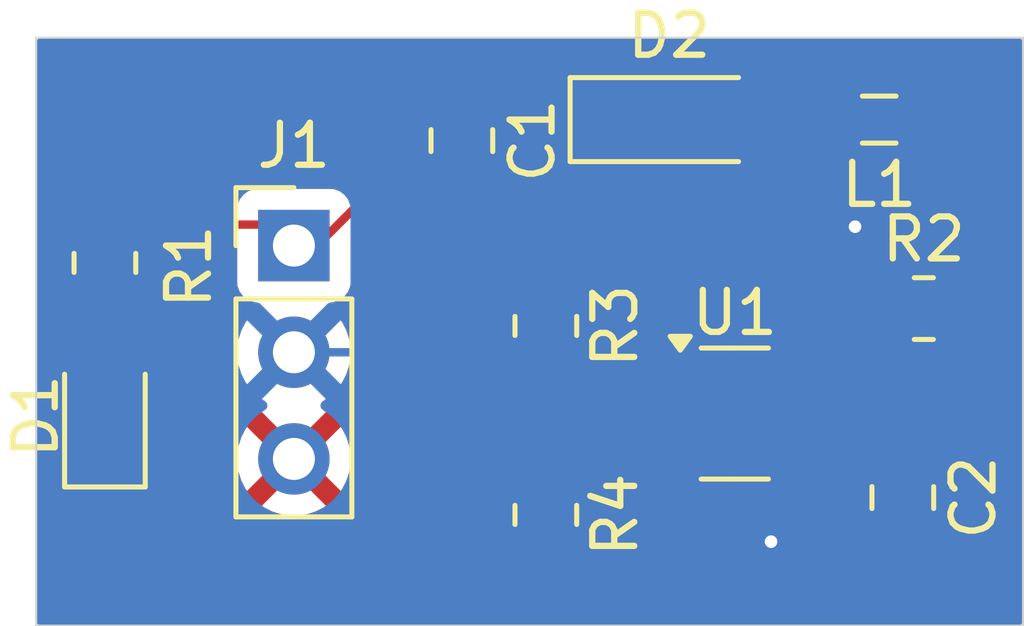
<source format=kicad_pcb>
(kicad_pcb (version 20241229) (generator "pcbnew") (generator_version "9.0")
  (layers (0 "F.Cu" signal) (2 "B.Cu" signal) (13 "F.Paste" user) (15 "B.Paste" user) (5 "F.SilkS" user "F.Silkscreen") (7 "B.SilkS" user "B.Silkscreen") (1 "F.Mask" user) (3 "B.Mask" user) (25 "Edge.Cuts" user))
  (net 0 "")
  (net 1 "+5V")
  (net 2 "GND")
  (net 3 "VCC")
  (net 4 "Net-(D1-A)")
  (net 5 "Net-(D2-A)")
  (net 6 "Net-(U1-6-OC)")
  (net 7 "Net-(U1-3-FB)")
  (footprint "Connector_PinHeader_2.54mm:PinHeader_1x03_P2.54mm_Vertical" (layer "F.Cu") (at 107.6375 55.45)
    (property "Reference" "J1" (at 0 -2.38 0) (layer "F.SilkS"))
    (property "Value" "Conn_01x03_Pin")
    (fp_line (start -1.38 -1.38) (end 0 -1.38) (stroke (width 0.12)) (layer "F.SilkS"))
    (fp_line (start -1.38 0) (end -1.38 -1.38) (stroke (width 0.12)) (layer "F.SilkS"))
    (fp_line (start -1.38 1.27) (end -1.38 6.46) (stroke (width 0.12)) (layer "F.SilkS"))
    (fp_line (start -1.38 1.27) (end 1.38 1.27) (stroke (width 0.12)) (layer "F.SilkS"))
    (fp_line (start -1.38 6.46) (end 1.38 6.46) (stroke (width 0.12)) (layer "F.SilkS"))
    (fp_line (start 1.38 1.27) (end 1.38 6.46) (stroke (width 0.12)) (layer "F.SilkS"))
    (pad "1" thru_hole rect (at 0 0) (size 1.7 1.7) (drill 1) (layers "*.Cu" "*.Mask") (net 1 "+5V"))
    (pad "2" thru_hole circle (at 0 2.54) (size 1.7 1.7) (drill 1) (layers "*.Cu" "*.Mask") (net 3 "VCC"))
    (pad "3" thru_hole circle (at 0 5.08) (size 1.7 1.7) (drill 1) (layers "*.Cu" "*.Mask") (net 2 "GND"))
  )
  (footprint "Capacitor_SMD:C_0805_2012Metric" (layer "F.Cu") (at 122.1375 61.45 -90)
    (property "Reference" "C2" (at 0 -1.68 90) (layer "F.SilkS"))
    (property "Value" "22uF")
    (fp_line (start -0.261252 0.735) (end 0.261252 0.735) (stroke (width 0.12)) (layer "F.SilkS"))
    (fp_line (start -0.261252 -0.735) (end 0.261252 -0.735) (stroke (width 0.12)) (layer "F.SilkS"))
    (pad "1" smd roundrect (at -0.95 0 270) (size 1 1.45) (layers "F.Cu" "F.Mask" "F.Paste") (net 3 "VCC"))
    (pad "2" smd roundrect (at 0.95 0 270) (size 1 1.45) (layers "F.Cu" "F.Mask" "F.Paste") (net 2 "GND"))
  )
  (footprint "Capacitor_SMD:C_0805_2012Metric" (layer "F.Cu") (at 111.6375 52.95 -90)
    (property "Reference" "C1" (at 0 -1.68 90) (layer "F.SilkS"))
    (property "Value" "22uF")
    (fp_line (start -0.261252 0.735) (end 0.261252 0.735) (stroke (width 0.12)) (layer "F.SilkS"))
    (fp_line (start -0.261252 -0.735) (end 0.261252 -0.735) (stroke (width 0.12)) (layer "F.SilkS"))
    (pad "1" smd roundrect (at -0.95 0 270) (size 1 1.45) (layers "F.Cu" "F.Mask" "F.Paste") (net 1 "+5V"))
    (pad "2" smd roundrect (at 0.95 0 270) (size 1 1.45) (layers "F.Cu" "F.Mask" "F.Paste") (net 2 "GND"))
  )
  (footprint "Resistor_SMD:R_0805_2012Metric" (layer "F.Cu") (at 103.1375 55.8625 -90)
    (property "Reference" "R1" (at 0.0875 -2 90) (layer "F.SilkS"))
    (property "Value" "1k")
    (fp_line (start -0.227064 0.735) (end 0.227064 0.735) (stroke (width 0.12)) (layer "F.SilkS"))
    (fp_line (start -0.227064 -0.735) (end 0.227064 -0.735) (stroke (width 0.12)) (layer "F.SilkS"))
    (pad "1" smd roundrect (at -0.9125 0 270) (size 1.025 1.4) (layers "F.Cu" "F.Mask" "F.Paste") (roundrect_rratio 0.243902) (net 1 "+5V"))
    (pad "2" smd roundrect (at 0.9125 0 270) (size 1.025 1.4) (layers "F.Cu" "F.Mask" "F.Paste") (roundrect_rratio 0.243902) (net 4 "Net-(D1-A)"))
  )
  (footprint "Resistor_SMD:R_0805_2012Metric" (layer "F.Cu") (at 113.6375 61.8625 -90)
    (property "Reference" "R4" (at 0 -1.65 90) (layer "F.SilkS"))
    (property "Value" "15k")
    (fp_line (start -0.227064 0.735) (end 0.227064 0.735) (stroke (width 0.12)) (layer "F.SilkS"))
    (fp_line (start -0.227064 -0.735) (end 0.227064 -0.735) (stroke (width 0.12)) (layer "F.SilkS"))
    (pad "1" smd roundrect (at -0.9125 0 270) (size 1.025 1.4) (layers "F.Cu" "F.Mask" "F.Paste") (roundrect_rratio 0.243902) (net 7 "Net-(U1-3-FB)"))
    (pad "2" smd roundrect (at 0.9125 0 270) (size 1.025 1.4) (layers "F.Cu" "F.Mask" "F.Paste") (roundrect_rratio 0.243902) (net 2 "GND"))
  )
  (footprint "Resistor_SMD:R_0805_2012Metric" (layer "F.Cu") (at 113.6375 57.3625 -90)
    (property "Reference" "R3" (at 0 -1.65 90) (layer "F.SilkS"))
    (property "Value" "110k")
    (fp_line (start -0.227064 0.735) (end 0.227064 0.735) (stroke (width 0.12)) (layer "F.SilkS"))
    (fp_line (start -0.227064 -0.735) (end 0.227064 -0.735) (stroke (width 0.12)) (layer "F.SilkS"))
    (pad "1" smd roundrect (at -0.9125 0 270) (size 1.025 1.4) (layers "F.Cu" "F.Mask" "F.Paste") (roundrect_rratio 0.243902) (net 1 "+5V"))
    (pad "2" smd roundrect (at 0.9125 0 270) (size 1.025 1.4) (layers "F.Cu" "F.Mask" "F.Paste") (roundrect_rratio 0.243902) (net 7 "Net-(U1-3-FB)"))
  )
  (footprint "Package_TO_SOT_SMD:SOT-23-6" (layer "F.Cu") (at 118.1375 59.45)
    (property "Reference" "U1" (at 0 -2.4 0) (layer "F.SilkS"))
    (property "Value" "~")
    (fp_line (start 0 -1.56) (end -0.8 -1.56) (stroke (width 0.12)) (layer "F.SilkS"))
    (fp_line (start 0 -1.56) (end 0.8 -1.56) (stroke (width 0.12)) (layer "F.SilkS"))
    (fp_line (start 0 1.56) (end -0.8 1.56) (stroke (width 0.12)) (layer "F.SilkS"))
    (fp_line (start 0 1.56) (end 0.8 1.56) (stroke (width 0.12)) (layer "F.SilkS"))
    (fp_poly (pts (xy -1.3 -1.51) (xy -1.54 -1.84) (xy -1.06 -1.84)) (stroke (width 0.12)) (fill yes) (layer "F.SilkS"))
    (pad "1" smd roundrect (at -1.1375 -0.95) (size 1.325 0.6) (layers "F.Cu" "F.Mask" "F.Paste") (net 5 "Net-(D2-A)"))
    (pad "2" smd roundrect (at -1.1375 0) (size 1.325 0.6) (layers "F.Cu" "F.Mask" "F.Paste") (net 2 "GND"))
    (pad "3" smd roundrect (at -1.1375 0.95) (size 1.325 0.6) (layers "F.Cu" "F.Mask" "F.Paste") (net 7 "Net-(U1-3-FB)"))
    (pad "4" smd roundrect (at 1.1375 0.95) (size 1.325 0.6) (layers "F.Cu" "F.Mask" "F.Paste") (net 3 "VCC"))
    (pad "5" smd roundrect (at 1.1375 0) (size 1.325 0.6) (layers "F.Cu" "F.Mask" "F.Paste") (net 3 "VCC"))
    (pad "6" smd roundrect (at 1.1375 -0.95) (size 1.325 0.6) (layers "F.Cu" "F.Mask" "F.Paste") (net 6 "Net-(U1-6-OC)"))
  )
  (footprint "Inductor_SMD:L_0805_2012Metric" (layer "F.Cu") (at 121.575 52.45 180)
    (property "Reference" "L1" (at 0 -1.55 0) (layer "F.SilkS"))
    (property "Value" "4.7 uH")
    (fp_line (start -0.399622 0.56) (end 0.399622 0.56) (stroke (width 0.12)) (layer "F.SilkS"))
    (fp_line (start -0.399622 -0.56) (end 0.399622 -0.56) (stroke (width 0.12)) (layer "F.SilkS"))
    (pad "1" smd roundrect (at -1.0625 0 180) (size 0.875 1.2) (layers "F.Cu" "F.Mask" "F.Paste") (net 3 "VCC"))
    (pad "2" smd roundrect (at 1.0625 0 180) (size 0.875 1.2) (layers "F.Cu" "F.Mask" "F.Paste") (net 5 "Net-(D2-A)"))
  )
  (footprint "Resistor_SMD:R_0805_2012Metric" (layer "F.Cu") (at 122.6375 56.95)
    (property "Reference" "R2" (at 0 -1.65 0) (layer "F.SilkS"))
    (property "Value" "20k")
    (fp_line (start -0.227064 -0.735) (end 0.227064 -0.735) (stroke (width 0.12)) (layer "F.SilkS"))
    (fp_line (start -0.227064 0.735) (end 0.227064 0.735) (stroke (width 0.12)) (layer "F.SilkS"))
    (pad "1" smd roundrect (at -0.9125 0) (size 1.025 1.4) (layers "F.Cu" "F.Mask" "F.Paste") (roundrect_rratio 0.243902) (net 6 "Net-(U1-6-OC)"))
    (pad "2" smd roundrect (at 0.9125 0) (size 1.025 1.4) (layers "F.Cu" "F.Mask" "F.Paste") (roundrect_rratio 0.243902) (net 2 "GND"))
  )
  (footprint "Diode_SMD:D_SOD-123" (layer "F.Cu") (at 116.575 52.45)
    (property "Reference" "D2" (at 0 -2 0) (layer "F.SilkS"))
    (property "Value" "D_Schottky")
    (fp_line (start -2.36 -1) (end -2.36 1) (stroke (width 0.12)) (layer "F.SilkS"))
    (fp_line (start -2.36 -1) (end 1.65 -1) (stroke (width 0.12)) (layer "F.SilkS"))
    (fp_line (start -2.36 1) (end 1.65 1) (stroke (width 0.12)) (layer "F.SilkS"))
    (pad "1" smd roundrect (at -1.65 0) (size 0.9 1.2) (layers "F.Cu" "F.Mask" "F.Paste") (net 1 "+5V"))
    (pad "2" smd roundrect (at 1.65 0) (size 0.9 1.2) (layers "F.Cu" "F.Mask" "F.Paste") (net 5 "Net-(D2-A)"))
  )
  (footprint "LED_SMD:LED_0805_2012Metric" (layer "F.Cu") (at 103.1375 59.5125 90)
    (property "Reference" "D1" (at 0 -1.65 90) (layer "F.SilkS"))
    (property "Value" "RED")
    (fp_line (start 1 -0.96) (end -1.685 -0.96) (stroke (width 0.12)) (layer "F.SilkS"))
    (fp_line (start -1.685 -0.96) (end -1.685 0.96) (stroke (width 0.12)) (layer "F.SilkS"))
    (fp_line (start -1.685 0.96) (end 1 0.96) (stroke (width 0.12)) (layer "F.SilkS"))
    (pad "1" smd roundrect (at -0.9375 0 90) (size 0.975 1.4) (layers "F.Cu" "F.Mask" "F.Paste") (net 2 "GND"))
    (pad "2" smd roundrect (at 0.9375 0 90) (size 0.975 1.4) (layers "F.Cu" "F.Mask" "F.Paste") (net 4 "Net-(D1-A)"))
  )
  (gr_line (start 125 50.5) (end 125 64.5) (stroke (width 0.05)) (layer "Edge.Cuts"))
  (gr_line (start 101.5 50.5) (end 125 50.5) (stroke (width 0.05)) (layer "Edge.Cuts"))
  (gr_line (start 101.5 64.5) (end 101.5 50.5) (stroke (width 0.05)) (layer "Edge.Cuts"))
  (gr_line (start 125 64.5) (end 101.5 64.5) (stroke (width 0.05)) (layer "Edge.Cuts"))
  (segment (start 114.925 52.45) (end 114.925 52.575) (width 0.2) (layer "F.Cu") (net 1))
  (segment (start 114.925 52.575) (end 113.6375 53.8625) (width 0.2) (layer "F.Cu") (net 1))
  (segment (start 103.1375 54.95) (end 107.1375 54.95) (width 0.2) (layer "F.Cu") (net 1))
  (segment (start 107.1375 54.95) (end 107.6375 55.45) (width 0.2) (layer "F.Cu") (net 1))
  (segment (start 108.1875 55.45) (end 111.6375 52) (width 0.2) (layer "F.Cu") (net 1))
  (segment (start 107.6375 55.45) (end 108.1875 55.45) (width 0.2) (layer "F.Cu") (net 1))
  (segment (start 113.6375 53.8625) (end 113.6375 56.45) (width 0.2) (layer "F.Cu") (net 1))
  (segment (start 111.6375 52) (end 114.475 52) (width 0.2) (layer "F.Cu") (net 1))
  (segment (start 114.475 52) (end 114.925 52.45) (width 0.2) (layer "F.Cu") (net 1))
  (segment (start 121.0875 59.45) (end 122.1375 60.5) (width 0.2) (layer "F.Cu") (net 3))
  (segment (start 121 55) (end 122.6375 53.3625) (width 0.2) (layer "F.Cu") (net 3))
  (segment (start 119.275 60.4) (end 119.275 62.225) (width 0.2) (layer "F.Cu") (net 3))
  (segment (start 119.275 60.4) (end 120.1375 60.4) (width 0.2) (layer "F.Cu") (net 3))
  (segment (start 119.275 59.45) (end 121.0875 59.45) (width 0.2) (layer "F.Cu") (net 3))
  (segment (start 120.1375 60.4) (end 121.0875 59.45) (width 0.2) (layer "F.Cu") (net 3))
  (segment (start 122.6375 53.3625) (end 122.6375 52.45) (width 0.2) (layer "F.Cu") (net 3))
  (segment (start 119.275 62.225) (end 119 62.5) (width 0.2) (layer "F.Cu") (net 3))
  (via (at 119 62.5) (size 0.6) (drill 0.3) (layers "F.Cu" "B.Cu") (net 3))
  (via (at 121 55) (size 0.6) (drill 0.3) (layers "F.Cu" "B.Cu") (net 3))
  (segment (start 118.01 57.99) (end 121 55) (width 0.2) (layer "B.Cu") (net 3))
  (segment (start 107.6375 57.99) (end 112.1475 62.5) (width 0.2) (layer "B.Cu") (net 3))
  (segment (start 107.6375 57.99) (end 118.01 57.99) (width 0.2) (layer "B.Cu") (net 3))
  (segment (start 112.1475 62.5) (end 119 62.5) (width 0.2) (layer "B.Cu") (net 3))
  (segment (start 103.1375 56.775) (end 103.1375 58.575) (width 0.2) (layer "F.Cu") (net 4))
  (segment (start 118.225 52.45) (end 120.5125 52.45) (width 0.2) (layer "F.Cu") (net 5))
  (segment (start 118.225 57.275) (end 117 58.5) (width 0.2) (layer "F.Cu") (net 5))
  (segment (start 118.225 52.45) (end 118.225 57.275) (width 0.2) (layer "F.Cu") (net 5))
  (segment (start 120.175 58.5) (end 121.725 56.95) (width 0.2) (layer "F.Cu") (net 6))
  (segment (start 119.275 58.5) (end 120.175 58.5) (width 0.2) (layer "F.Cu") (net 6))
  (segment (start 117 60.4) (end 114.5375 60.4) (width 0.2) (layer "F.Cu") (net 7))
  (segment (start 113.6375 58.275) (end 113.6375 59.5) (width 0.2) (layer "F.Cu") (net 7))
  (segment (start 113.6375 59.5) (end 113.6375 60.95) (width 0.2) (layer "F.Cu") (net 7))
  (segment (start 114.5375 60.4) (end 113.6375 59.5) (width 0.2) (layer "F.Cu") (net 7))
  (zone (net 2) (net_name "GND") (layer "F.Cu") (connect_pads (clearance 0.5)) (min_thickness 0.25) (fill yes (thermal_gap 0.5) (thermal_bridge_width 0.5))
    (polygon (pts (xy 101.5 50.5) (xy 101.5 64.5) (xy 125 64.5) (xy 125 50.5)))
  )
  (zone (net 3) (net_name "VCC") (layer "B.Cu") (priority 1) (connect_pads (clearance 0.5)) (min_thickness 0.25) (fill yes (thermal_gap 0.5) (thermal_bridge_width 0.5))
    (polygon (pts (xy 101.5 50.5) (xy 125 50.5) (xy 125 64.5) (xy 101.5 64.5)))
  )
)
</source>
